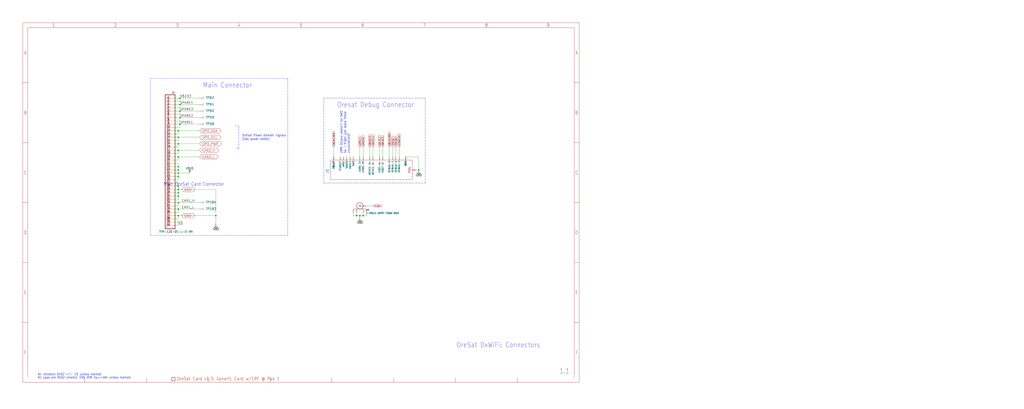
<source format=kicad_sch>
(kicad_sch (version 20210621) (generator eeschema)
  (paper "User" 795.02 318.11)
  (lib_symbols
    (symbol "oresat-live-card-eagle-import:FRAME_B_L"
      (symbol "FRAME_B_L_0_0"
        (polyline (pts (xy 0 46.5667) (xy 3.81 46.5667)))
        (polyline (pts (xy 0 93.1333) (xy 3.81 93.1333)))
        (polyline (pts (xy 0 139.7) (xy 3.81 139.7)))
        (polyline (pts (xy 0 186.2667) (xy 3.81 186.2667)))
        (polyline (pts (xy 0 232.8333) (xy 3.81 232.8333)))
        (polyline (pts (xy 3.81 3.81) (xy 3.81 275.59)))
        (polyline (pts (xy 47.9778 0) (xy 47.9778 3.81)))
        (polyline (pts (xy 95.9556 0) (xy 95.9556 3.81)))
        (polyline (pts (xy 143.9333 0) (xy 143.9333 3.81)))
        (polyline (pts (xy 191.9111 0) (xy 191.9111 3.81)))
        (polyline (pts (xy 239.8889 0) (xy 239.8889 3.81)))
        (polyline (pts (xy 287.8667 0) (xy 287.8667 3.81)))
        (polyline (pts (xy 335.8444 0) (xy 335.8444 3.81)))
        (polyline (pts (xy 383.8222 0) (xy 383.8222 3.81)))
        (polyline (pts (xy 427.99 3.81) (xy 427.99 275.59)))
        (polyline (pts (xy 427.99 46.5667) (xy 431.8 46.5667)))
        (polyline (pts (xy 427.99 93.1333) (xy 431.8 93.1333)))
        (polyline (pts (xy 427.99 139.7) (xy 431.8 139.7)))
        (polyline (pts (xy 427.99 186.2667) (xy 431.8 186.2667)))
        (polyline (pts (xy 427.99 232.8333) (xy 431.8 232.8333)))
        (polyline (pts (xy 427.99 275.59) (xy 3.81 275.59)))
        (polyline (pts (xy 0 0) (xy 431.8 0) (xy 431.8 279.4) (xy 0 279.4) (xy 0 0)))
        (text "1" (at 23.9889 277.495 0) (effects (font (size 2.54 2.286))))
        (text "2" (at 71.9667 277.495 0) (effects (font (size 2.54 2.286))))
        (text "3" (at 119.9444 277.495 0) (effects (font (size 2.54 2.286))))
        (text "4" (at 167.9222 277.495 0) (effects (font (size 2.54 2.286))))
        (text "5" (at 215.9 277.495 0) (effects (font (size 2.54 2.286))))
        (text "6" (at 263.8778 277.495 0) (effects (font (size 2.54 2.286))))
        (text "7" (at 311.8556 277.495 0) (effects (font (size 2.54 2.286))))
        (text "8" (at 359.8333 277.495 0) (effects (font (size 2.54 2.286))))
        (text "9" (at 407.8111 277.495 0) (effects (font (size 2.54 2.286))))
        (text "A" (at 1.905 256.1167 0) (effects (font (size 2.54 2.286))))
        (text "A" (at 429.895 256.1167 0) (effects (font (size 2.54 2.286))))
        (text "B" (at 1.905 209.55 0) (effects (font (size 2.54 2.286))))
        (text "B" (at 429.895 209.55 0) (effects (font (size 2.54 2.286))))
        (text "C" (at 1.905 162.9833 0) (effects (font (size 2.54 2.286))))
        (text "C" (at 429.895 162.9833 0) (effects (font (size 2.54 2.286))))
        (text "D" (at 1.905 116.4167 0) (effects (font (size 2.54 2.286))))
        (text "D" (at 429.895 116.4167 0) (effects (font (size 2.54 2.286))))
        (text "E" (at 1.905 69.85 0) (effects (font (size 2.54 2.286))))
        (text "E" (at 429.895 69.85 0) (effects (font (size 2.54 2.286))))
        (text "F" (at 1.905 23.2833 0) (effects (font (size 2.54 2.286))))
        (text "F" (at 429.895 23.2833 0) (effects (font (size 2.54 2.286))))
      )
      (symbol "FRAME_B_L_2_0"
        (polyline (pts (xy 0 0) (xy 0 5.08)) (stroke (width 0.1016)))
        (polyline (pts (xy 0 0) (xy 71.12 0)) (stroke (width 0.1016)))
        (polyline (pts (xy 0 5.08) (xy 0 15.24)) (stroke (width 0.1016)))
        (polyline (pts (xy 0 5.08) (xy 71.12 5.08)) (stroke (width 0.1016)))
        (polyline (pts (xy 0 15.24) (xy 0 22.86)) (stroke (width 0.1016)))
        (polyline (pts (xy 0 22.86) (xy 0 35.56)) (stroke (width 0.1016)))
        (polyline (pts (xy 0 22.86) (xy 101.6 22.86)) (stroke (width 0.1016)))
        (polyline (pts (xy 71.12 0) (xy 101.6 0)) (stroke (width 0.1016)))
        (polyline (pts (xy 71.12 5.08) (xy 71.12 0)) (stroke (width 0.1016)))
        (polyline (pts (xy 71.12 5.08) (xy 87.63 5.08)) (stroke (width 0.1016)))
        (polyline (pts (xy 87.63 5.08) (xy 101.6 5.08)) (stroke (width 0.1016)))
        (polyline (pts (xy 87.63 15.24) (xy 0 15.24)) (stroke (width 0.1016)))
        (polyline (pts (xy 87.63 15.24) (xy 87.63 5.08)) (stroke (width 0.1016)))
        (polyline (pts (xy 101.6 5.08) (xy 101.6 0)) (stroke (width 0.1016)))
        (polyline (pts (xy 101.6 15.24) (xy 87.63 15.24)) (stroke (width 0.1016)))
        (polyline (pts (xy 101.6 15.24) (xy 101.6 5.08)) (stroke (width 0.1016)))
        (polyline (pts (xy 101.6 22.86) (xy 101.6 15.24)) (stroke (width 0.1016)))
        (polyline (pts (xy 101.6 35.56) (xy 0 35.56)) (stroke (width 0.1016)))
        (polyline (pts (xy 101.6 35.56) (xy 101.6 22.86)) (stroke (width 0.1016)))
        (text ">DRAWING_NAME" (at 17.78 19.05 0) (effects (font (size 2.54 2.159)) (justify left bottom)))
        (text ">LAST_DATE_TIME" (at 12.7 1.27 0) (effects (font (size 2.54 2.159)) (justify left bottom)))
        (text ">SHEET" (at 86.36 1.27 0) (effects (font (size 2.54 2.159)) (justify left bottom)))
        (text "Date:" (at 1.27 1.27 0) (effects (font (size 2.54 2.159)) (justify left bottom)))
        (text "Document Number:" (at 1.27 11.43 0) (effects (font (size 2.54 2.159)) (justify left bottom)))
        (text "REV:" (at 88.9 11.43 0) (effects (font (size 2.54 2.159)) (justify left bottom)))
        (text "Sheet:" (at 72.39 1.27 0) (effects (font (size 2.54 2.159)) (justify left bottom)))
        (text "TITLE:" (at 1.27 19.05 0) (effects (font (size 2.54 2.159)) (justify left bottom)))
      )
    )
    (symbol "oresat-live-card-eagle-import:GND" (power)
      (property "Value" "GND" (at -1.905 -3.175 0))
      (symbol "GND_1_0"
        (polyline (pts (xy -1.27 0) (xy 1.27 0)) (stroke (width 0.254)))
        (polyline (pts (xy 0 -1.27) (xy -1.27 0)) (stroke (width 0.254)))
        (polyline (pts (xy 1.27 0) (xy 0 -1.27)) (stroke (width 0.254)))
        (pin power_in line (at 0 2.54 270) (length 2.54) (name "GND") (number "1"))
      )
    )
    (symbol "oresat-live-card-eagle-import:J-MOLEX-SMPM-73300-003X"
      (property "Reference" "CM" (at 5.08 -3.81 0))
      (property "Value" "J-MOLEX-SMPM-73300-003X" (at 5.08 -6.35 0))
      (symbol "J-MOLEX-SMPM-73300-003X_1_0"
        (polyline (pts (xy -5.08 -2.54) (xy -2.54 -2.54)) (stroke (width 0.1524)))
        (polyline (pts (xy -2.54 -2.54) (xy 2.54 -2.54)) (stroke (width 0.1524)))
        (polyline (pts (xy 0.508 0) (xy 3.556 0)) (stroke (width 0.1524)))
        (polyline (pts (xy 5.08 -2.54) (xy 2.54 -2.54)) (stroke (width 0.1524)))
        (circle (center 0 0) (radius 0.508) (stroke (width 0.254)))
        (circle (center 0 0) (radius 2.54) (stroke (width 0.254)))
        (pin passive line (at -5.08 -5.08 90) (length 2.54) (name "SHIELD3") (number "P$1"))
        (pin passive line (at 5.08 -5.08 90) (length 2.54) (name "SHIELD2") (number "P$2"))
        (pin passive line (at -2.54 -5.08 90) (length 2.54) (name "SHIELD1") (number "P$3"))
        (pin passive line (at 2.54 -5.08 90) (length 2.54) (name "SHIELD") (number "P$4"))
        (pin passive line (at 5.08 0 180) (length 2.54) (name "CENTER") (number "RF"))
      )
    )
    (symbol "oresat-live-card-eagle-import:J-SAMTEC-TFM-120-X1-XXX-D-RA"
      (property "Reference" "J" (at -6.35 51.435 0))
      (property "Value" "J-SAMTEC-TFM-120-X1-XXX-D-RA" (at -6.35 -55.88 0))
      (symbol "J-SAMTEC-TFM-120-X1-XXX-D-RA_1_0"
        (polyline (pts (xy -6.35 -53.34) (xy 1.27 -53.34)) (stroke (width 0.4064)))
        (polyline (pts (xy -6.35 50.8) (xy -6.35 -53.34)) (stroke (width 0.4064)))
        (polyline (pts (xy 1.27 -53.34) (xy 1.27 50.8)) (stroke (width 0.4064)))
        (polyline (pts (xy 1.27 50.8) (xy -6.35 50.8)) (stroke (width 0.4064)))
        (pin passive inverted (at -2.54 48.26 0) (length 2.54) (name "1") (number "1"))
        (pin passive inverted (at -2.54 25.4 0) (length 2.54) (name "10") (number "10"))
        (pin passive inverted (at -2.54 22.86 0) (length 2.54) (name "11") (number "11"))
        (pin passive inverted (at -2.54 20.32 0) (length 2.54) (name "12") (number "12"))
        (pin passive inverted (at -2.54 17.78 0) (length 2.54) (name "13") (number "13"))
        (pin passive inverted (at -2.54 15.24 0) (length 2.54) (name "14") (number "14"))
        (pin passive inverted (at -2.54 12.7 0) (length 2.54) (name "15") (number "15"))
        (pin passive inverted (at -2.54 10.16 0) (length 2.54) (name "16") (number "16"))
        (pin passive inverted (at -2.54 7.62 0) (length 2.54) (name "17") (number "17"))
        (pin passive inverted (at -2.54 5.08 0) (length 2.54) (name "18") (number "18"))
        (pin passive inverted (at -2.54 2.54 0) (length 2.54) (name "19") (number "19"))
        (pin passive inverted (at -2.54 45.72 0) (length 2.54) (name "2") (number "2"))
        (pin passive inverted (at -2.54 0 0) (length 2.54) (name "20") (number "20"))
        (pin passive inverted (at -2.54 -2.54 0) (length 2.54) (name "21") (number "21"))
        (pin passive inverted (at -2.54 -5.08 0) (length 2.54) (name "22") (number "22"))
        (pin passive inverted (at -2.54 -7.62 0) (length 2.54) (name "23") (number "23"))
        (pin passive inverted (at -2.54 -10.16 0) (length 2.54) (name "24") (number "24"))
        (pin passive inverted (at -2.54 -12.7 0) (length 2.54) (name "25") (number "25"))
        (pin passive inverted (at -2.54 -15.24 0) (length 2.54) (name "26") (number "26"))
        (pin passive inverted (at -2.54 -17.78 0) (length 2.54) (name "27") (number "27"))
        (pin passive inverted (at -2.54 -20.32 0) (length 2.54) (name "28") (number "28"))
        (pin passive inverted (at -2.54 -22.86 0) (length 2.54) (name "29") (number "29"))
        (pin passive inverted (at -2.54 43.18 0) (length 2.54) (name "3") (number "3"))
        (pin passive inverted (at -2.54 -25.4 0) (length 2.54) (name "30") (number "30"))
        (pin passive inverted (at -2.54 -27.94 0) (length 2.54) (name "31") (number "31"))
        (pin passive inverted (at -2.54 -30.48 0) (length 2.54) (name "32") (number "32"))
        (pin passive inverted (at -2.54 -33.02 0) (length 2.54) (name "33") (number "33"))
        (pin passive inverted (at -2.54 -35.56 0) (length 2.54) (name "34") (number "34"))
        (pin passive inverted (at -2.54 -38.1 0) (length 2.54) (name "35") (number "35"))
        (pin passive inverted (at -2.54 -40.64 0) (length 2.54) (name "36") (number "36"))
        (pin passive inverted (at -2.54 -43.18 0) (length 2.54) (name "37") (number "37"))
        (pin passive inverted (at -2.54 -45.72 0) (length 2.54) (name "38") (number "38"))
        (pin passive inverted (at -2.54 -48.26 0) (length 2.54) (name "39") (number "39"))
        (pin passive inverted (at -2.54 40.64 0) (length 2.54) (name "4") (number "4"))
        (pin passive inverted (at -2.54 -50.8 0) (length 2.54) (name "40") (number "40"))
        (pin passive inverted (at -2.54 38.1 0) (length 2.54) (name "5") (number "5"))
        (pin passive inverted (at -2.54 35.56 0) (length 2.54) (name "6") (number "6"))
        (pin passive inverted (at -2.54 33.02 0) (length 2.54) (name "7") (number "7"))
        (pin passive inverted (at -2.54 30.48 0) (length 2.54) (name "8") (number "8"))
        (pin passive inverted (at -2.54 27.94 0) (length 2.54) (name "9") (number "9"))
      )
    )
    (symbol "oresat-live-card-eagle-import:ORESAT-CARD-V1.3-GENERIC-1RF-POS1"
      (symbol "ORESAT-CARD-V1.3-GENERIC-1RF-POS1_1_0"
        (polyline (pts (xy -1.27 -1.27) (xy 1.27 -1.27)) (stroke (width 0.254)))
        (polyline (pts (xy -1.27 1.27) (xy -1.27 -1.27)) (stroke (width 0.254)))
        (polyline (pts (xy 1.27 -1.27) (xy 1.27 1.27)) (stroke (width 0.254)))
        (polyline (pts (xy 1.27 1.27) (xy -1.27 1.27)) (stroke (width 0.254)))
        (text "OreSat Card v1.3: Generic Card w/1RF @ Pos 1" (at 2.54 -1.27 0) (effects (font (size 2.54 2.159)) (justify left bottom)))
      )
    )
    (symbol "oresat-live-card-eagle-import:ORESAT-DEBUG-CONNECTOR-CARD"
      (property "Reference" "J" (at -3.81 31.75 0))
      (symbol "ORESAT-DEBUG-CONNECTOR-CARD_1_0"
        (polyline (pts (xy -7.62 -33.02) (xy 7.62 -33.02)) (stroke (width 0.1524)))
        (polyline (pts (xy -7.62 30.48) (xy -7.62 -33.02)) (stroke (width 0.1524)))
        (polyline (pts (xy 7.62 -33.02) (xy 7.62 30.48)) (stroke (width 0.1524)))
        (polyline (pts (xy 7.62 30.48) (xy -7.62 30.48)) (stroke (width 0.1524)))
        (text "PADs" (at -2.54 -31.75 0) (effects (font (size 1.524 1.2954)) (justify left bottom)))
        (pin passive line (at 10.16 27.94 180) (length 2.54) (name "VBUSP") (number "1"))
        (pin passive line (at 10.16 20.32 180) (length 2.54) (name "NRST") (number "10"))
        (pin passive line (at 10.16 22.86 180) (length 2.54) (name "VTARGET") (number "11"))
        (pin passive line (at 10.16 5.08 180) (length 2.54) (name "CARD-RX") (number "12"))
        (pin passive line (at 10.16 7.62 180) (length 2.54) (name "CARD-TX") (number "13"))
        (pin passive line (at 10.16 17.78 180) (length 2.54) (name "SWDIO") (number "14"))
        (pin passive line (at 10.16 15.24 180) (length 2.54) (name "SWCLK") (number "15"))
        (pin passive line (at 10.16 12.7 180) (length 2.54) (name "SWO") (number "16"))
        (pin passive line (at 10.16 -15.24 180) (length 2.54) (name "DEBUG-0") (number "17"))
        (pin passive line (at 10.16 -17.78 180) (length 2.54) (name "DEBUG-1") (number "18"))
        (pin passive line (at 10.16 -20.32 180) (length 2.54) (name "DEBUG-2") (number "19"))
        (pin passive line (at 10.16 27.94 180) (length 2.54) (name "VBUSP") (number "2"))
        (pin passive line (at 10.16 -22.86 180) (length 2.54) (name "DEBUG-3") (number "20"))
        (pin passive line (at 10.16 -27.94 180) (length 2.54) (name "GND") (number "3"))
        (pin passive line (at 10.16 0 180) (length 2.54) (name "DEVICE-D+") (number "4"))
        (pin passive line (at 10.16 -2.54 180) (length 2.54) (name "DEVICE-D-") (number "5"))
        (pin passive line (at 10.16 -27.94 180) (length 2.54) (name "GND") (number "6"))
        (pin passive line (at 10.16 -7.62 180) (length 2.54) (name "HOST-D+") (number "7"))
        (pin passive line (at 10.16 -10.16 180) (length 2.54) (name "HOST-D-") (number "8"))
        (pin passive line (at 10.16 -27.94 180) (length 2.54) (name "GND") (number "9"))
        (pin bidirectional line (at 0 -35.56 90) (length 2.54) (name "PAD") (number "PAD1"))
        (pin bidirectional line (at 0 -35.56 90) (length 2.54) (name "PAD") (number "PAD2"))
      )
    )
    (symbol "oresat-live-card-eagle-import:TEST-POINT3X4"
      (property "Reference" "TP" (at -2.54 2.54 0))
      (property "Value" "TEST-POINT3X4" (at -2.54 -2.54 0))
      (symbol "TEST-POINT3X4_1_0"
        (polyline (pts (xy 2.54 0) (xy 0 0)) (stroke (width 0.1524)))
        (arc (start 3.302 0.762) (mid 2.54 0) (end 3.302 -0.762) (stroke (width 0.1524)))
        (pin bidirectional line (at 0 0 180) (length 0) (name "1") (number "1"))
      )
    )
    (symbol "oresat-live-card-eagle-import:VBUS" (power)
      (property "Value" "VBUS" (at 0 0.254 0))
      (symbol "VBUS_1_0"
        (polyline (pts (xy 0 0) (xy -0.762 -1.27)) (stroke (width 0.254)))
        (polyline (pts (xy 0.762 -1.27) (xy 0 0)) (stroke (width 0.254)))
        (pin power_in line (at 0 -2.54 90) (length 2.54) (name "VBUS") (number "1"))
      )
    )
  )
  (junction (at 138.43 152.4))
  (junction (at 139.7 91.44))
  (junction (at 138.43 121.92))
  (junction (at 138.43 137.16))
  (junction (at 138.43 162.56))
  (junction (at 138.43 132.08))
  (junction (at 139.7 96.52))
  (junction (at 279.4 167.64))
  (junction (at 138.43 134.62))
  (junction (at 138.43 101.6))
  (junction (at 276.86 167.64))
  (junction (at 138.43 157.48))
  (junction (at 167.64 167.64))
  (junction (at 138.43 111.76))
  (junction (at 138.43 116.84))
  (junction (at 139.7 76.2))
  (junction (at 138.43 144.78))
  (junction (at 139.7 81.28))
  (junction (at 281.94 167.64))
  (junction (at 138.43 167.64))
  (junction (at 138.43 106.68))
  (junction (at 138.43 147.32))
  (junction (at 138.43 149.86))
  (junction (at 325.12 132.08))
  (junction (at 138.43 129.54))
  (junction (at 139.7 86.36))
  (wire (pts (xy 281.94 167.64) (xy 279.4 167.64)))
  (wire (pts (xy 138.43 121.92) (xy 154.94 121.92)))
  (wire (pts (xy 281.94 121.92) (xy 281.94 114.3)))
  (wire (pts (xy 132.08 162.56) (xy 138.43 162.56)))
  (wire (pts (xy 138.43 109.22) (xy 138.43 106.68)))
  (wire (pts (xy 138.43 111.76) (xy 138.43 114.3)))
  (wire (pts (xy 132.08 83.82) (xy 139.7 83.82)))
  (wire (pts (xy 132.08 99.06) (xy 139.7 99.06)))
  (wire (pts (xy 138.43 124.46) (xy 132.08 124.46)))
  (wire (pts (xy 138.43 147.32) (xy 167.64 147.32)))
  (polyline (pts (xy 223.52 60.96) (xy 223.52 182.88)))
  (wire (pts (xy 138.43 149.86) (xy 138.43 147.32)))
  (wire (pts (xy 132.08 157.48) (xy 138.43 157.48)))
  (wire (pts (xy 138.43 152.4) (xy 138.43 149.86)))
  (wire (pts (xy 132.08 147.32) (xy 138.43 147.32)))
  (wire (pts (xy 279.4 167.64) (xy 276.86 167.64)))
  (wire (pts (xy 139.7 81.28) (xy 132.08 81.28)))
  (wire (pts (xy 138.43 170.18) (xy 138.43 167.64)))
  (wire (pts (xy 284.48 167.64) (xy 281.94 167.64)))
  (wire (pts (xy 167.64 167.64) (xy 167.64 173.99)))
  (wire (pts (xy 139.7 96.52) (xy 132.08 96.52)))
  (wire (pts (xy 309.88 121.92) (xy 309.88 114.3)))
  (wire (pts (xy 259.08 121.92) (xy 259.08 114.3)))
  (wire (pts (xy 138.43 119.38) (xy 132.08 119.38)))
  (wire (pts (xy 138.43 134.62) (xy 138.43 132.08)))
  (wire (pts (xy 132.08 104.14) (xy 138.43 104.14)))
  (wire (pts (xy 132.08 109.22) (xy 138.43 109.22)))
  (wire (pts (xy 138.43 165.1) (xy 138.43 162.56)))
  (wire (pts (xy 139.7 91.44) (xy 132.08 91.44)))
  (wire (pts (xy 284.48 160.02) (xy 289.56 160.02)))
  (wire (pts (xy 154.94 86.36) (xy 139.7 86.36)))
  (wire (pts (xy 132.08 170.18) (xy 138.43 170.18)))
  (wire (pts (xy 139.7 78.74) (xy 139.7 76.2)))
  (wire (pts (xy 138.43 167.64) (xy 167.64 167.64)))
  (polyline (pts (xy 223.52 182.88) (xy 116.84 182.88)))
  (polyline (pts (xy 251.46 76.2) (xy 251.46 142.24)))
  (wire (pts (xy 302.26 121.92) (xy 302.26 114.3)))
  (polyline (pts (xy 182.88 97.79) (xy 185.42 97.79)))
  (polyline (pts (xy 116.84 60.96) (xy 223.52 60.96)))
  (wire (pts (xy 132.08 116.84) (xy 138.43 116.84)))
  (wire (pts (xy 154.94 96.52) (xy 139.7 96.52)))
  (wire (pts (xy 132.08 88.9) (xy 139.7 88.9)))
  (polyline (pts (xy 330.2 76.2) (xy 251.46 76.2)))
  (wire (pts (xy 138.43 137.16) (xy 138.43 134.62)))
  (wire (pts (xy 138.43 160.02) (xy 138.43 157.48)))
  (wire (pts (xy 132.08 142.24) (xy 138.43 142.24)))
  (wire (pts (xy 279.4 168.91) (xy 279.4 167.64)))
  (wire (pts (xy 138.43 175.26) (xy 138.43 172.72)))
  (polyline (pts (xy 185.42 97.79) (xy 185.42 115.57)))
  (wire (pts (xy 132.08 152.4) (xy 138.43 152.4)))
  (wire (pts (xy 289.56 121.92) (xy 289.56 114.3)))
  (wire (pts (xy 132.08 154.94) (xy 138.43 154.94)))
  (wire (pts (xy 294.64 121.92) (xy 294.64 114.3)))
  (wire (pts (xy 138.43 114.3) (xy 132.08 114.3)))
  (wire (pts (xy 138.43 154.94) (xy 138.43 152.4)))
  (wire (pts (xy 154.94 81.28) (xy 139.7 81.28)))
  (wire (pts (xy 138.43 144.78) (xy 138.43 147.32)))
  (wire (pts (xy 138.43 101.6) (xy 154.94 101.6)))
  (wire (pts (xy 284.48 165.1) (xy 284.48 167.64)))
  (wire (pts (xy 132.08 160.02) (xy 138.43 160.02)))
  (wire (pts (xy 132.08 139.7) (xy 138.43 139.7)))
  (wire (pts (xy 132.08 121.92) (xy 138.43 121.92)))
  (wire (pts (xy 325.12 121.92) (xy 314.96 121.92)))
  (wire (pts (xy 279.4 121.92) (xy 279.4 114.3)))
  (wire (pts (xy 138.43 132.08) (xy 132.08 132.08)))
  (wire (pts (xy 138.43 132.08) (xy 138.43 129.54)))
  (wire (pts (xy 276.86 165.1) (xy 276.86 167.64)))
  (wire (pts (xy 139.7 86.36) (xy 132.08 86.36)))
  (wire (pts (xy 287.02 121.92) (xy 287.02 114.3)))
  (wire (pts (xy 138.43 119.38) (xy 138.43 116.84)))
  (wire (pts (xy 139.7 93.98) (xy 139.7 91.44)))
  (wire (pts (xy 139.7 88.9) (xy 139.7 86.36)))
  (wire (pts (xy 139.7 83.82) (xy 139.7 81.28)))
  (wire (pts (xy 138.43 162.56) (xy 154.94 162.56)))
  (wire (pts (xy 304.8 121.92) (xy 304.8 114.3)))
  (wire (pts (xy 138.43 104.14) (xy 138.43 101.6)))
  (wire (pts (xy 132.08 167.64) (xy 138.43 167.64)))
  (wire (pts (xy 138.43 144.78) (xy 138.43 142.24)))
  (polyline (pts (xy 116.84 182.88) (xy 116.84 60.96)))
  (wire (pts (xy 147.32 134.62) (xy 138.43 134.62)))
  (wire (pts (xy 274.32 167.64) (xy 274.32 165.1)))
  (wire (pts (xy 281.94 165.1) (xy 281.94 167.64)))
  (wire (pts (xy 138.43 116.84) (xy 154.94 116.84)))
  (polyline (pts (xy 185.42 115.57) (xy 182.88 115.57)))
  (wire (pts (xy 322.58 132.08) (xy 325.12 132.08)))
  (wire (pts (xy 276.86 167.64) (xy 274.32 167.64)))
  (wire (pts (xy 325.12 132.08) (xy 325.12 121.92)))
  (wire (pts (xy 138.43 129.54) (xy 132.08 129.54)))
  (wire (pts (xy 132.08 175.26) (xy 138.43 175.26)))
  (wire (pts (xy 154.94 76.2) (xy 139.7 76.2)))
  (wire (pts (xy 138.43 127) (xy 132.08 127)))
  (wire (pts (xy 297.18 121.92) (xy 297.18 114.3)))
  (polyline (pts (xy 251.46 142.24) (xy 330.2 142.24)))
  (wire (pts (xy 132.08 78.74) (xy 139.7 78.74)))
  (wire (pts (xy 132.08 165.1) (xy 138.43 165.1)))
  (wire (pts (xy 154.94 106.68) (xy 138.43 106.68)))
  (wire (pts (xy 307.34 121.92) (xy 307.34 114.3)))
  (wire (pts (xy 132.08 144.78) (xy 138.43 144.78)))
  (wire (pts (xy 132.08 137.16) (xy 138.43 137.16)))
  (wire (pts (xy 138.43 129.54) (xy 138.43 127)))
  (wire (pts (xy 138.43 124.46) (xy 138.43 121.92)))
  (polyline (pts (xy 330.2 142.24) (xy 330.2 76.2)))
  (wire (pts (xy 138.43 101.6) (xy 132.08 101.6)))
  (wire (pts (xy 139.7 76.2) (xy 132.08 76.2)))
  (wire (pts (xy 138.43 111.76) (xy 132.08 111.76)))
  (wire (pts (xy 138.43 172.72) (xy 132.08 172.72)))
  (wire (pts (xy 154.94 111.76) (xy 138.43 111.76)))
  (wire (pts (xy 132.08 134.62) (xy 138.43 134.62)))
  (wire (pts (xy 138.43 106.68) (xy 132.08 106.68)))
  (wire (pts (xy 154.94 91.44) (xy 139.7 91.44)))
  (wire (pts (xy 139.7 99.06) (xy 139.7 96.52)))
  (wire (pts (xy 132.08 93.98) (xy 139.7 93.98)))
  (wire (pts (xy 138.43 157.48) (xy 154.94 157.48)))
  (wire (pts (xy 138.43 139.7) (xy 138.43 137.16)))
  (wire (pts (xy 132.08 149.86) (xy 138.43 149.86)))
  (wire (pts (xy 167.64 147.32) (xy 167.64 167.64)))
  (text "Main OreSat Card Connector" (at 127 144.78 180) (effects (font (size 2.54 2.159)) (justify left bottom)))
  (text "Oresat Debug Connector" (at 261.62 83.82 180) (effects (font (size 3.81 3.2385)) (justify left bottom)))
  (text "OreSat DxWiFi: Connectors" (at 354.33 270.51 180) (effects (font (size 3.81 3.2385)) (justify left bottom)))
  (text "HMM Octavo doesn't do SWD\nSo, I might just leave these\nunconnected?" (at 271.78 119.38 90) (effects (font (size 1.778 1.5113)) (justify left bottom)))
  (text "Main Connector" (at 157.48 68.58 180) (effects (font (size 3.81 3.2385)) (justify left bottom)))
  (text "1.1" (at 434.34 290.83 180) (effects (font (size 3.81 3.2385)) (justify left bottom)))
  (text "OreSat Power Domain signals\n(See power sheet)" (at 187.96 109.22 180) (effects (font (size 1.778 1.5113)) (justify left bottom)))
  (text "All caps are 0402 ceramic 10% X5R Vw>=16V unless marked" (at 29.21 294.64 0) (effects (font (size 1.778 1.5113)) (justify left bottom)))
  (text "All resistors 0402 +/- 1% unless marked" (at 29.21 292.1 180) (effects (font (size 1.778 1.5113)) (justify left bottom)))
  (label "SPARE2" (at 139.7 91.44 0) (effects (font (size 1.778 1.778))))
  (label "SPARE4" (at 139.7 81.28 0) (effects (font (size 1.778 1.778))))
  (label "SPARE3" (at 139.7 86.36 0) (effects (font (size 1.778 1.778))))
  (label "CAN1_L" (at 140.97 162.56 0) (effects (font (size 1.778 1.778))))
  (label "N$103" (at 139.7 76.2 0) (effects (font (size 1.778 1.778))))
  (label "SPARE1" (at 139.7 96.52 0) (effects (font (size 1.778 1.778))))
  (label "~{SD}" (at 138.43 175.26 0) (effects (font (size 1.778 1.778))))
  (label "CAN1_H" (at 140.97 157.48 0) (effects (font (size 1.778 1.778))))
  (global_label "USB_HO_N" (shape bidirectional) (at 297.18 114.3 90) (effects (font (size 0.889 0.889))) (property "Intersheet References" "${INTERSHEET_REFS}" (effects hide)))
  (global_label "OPD_SDA" (shape bidirectional) (at 154.94 101.6 0) (effects (font (size 1.778 1.778))) (property "Intersheet References" "${INTERSHEET_REFS}" (effects hide)))
  (global_label "GND" (shape bidirectional) (at 140.97 167.64 0) (effects (font (size 1.778 1.778))) (property "Intersheet References" "${INTERSHEET_REFS}" (effects hide)))
  (global_label "USB_DEV_P" (shape bidirectional) (at 287.02 114.3 90) (effects (font (size 0.889 0.889))) (property "Intersheet References" "${INTERSHEET_REFS}" (effects hide)))
  (global_label "UART0_TX" (shape bidirectional) (at 279.4 114.3 90) (effects (font (size 0.889 0.889))) (property "Intersheet References" "${INTERSHEET_REFS}" (effects hide)))
  (global_label "TX_OUT" (shape bidirectional) (at 289.56 160.02 0) (effects (font (size 0.889 0.889))) (property "Intersheet References" "${INTERSHEET_REFS}" (effects hide)))
  (global_label "USB_HO_P" (shape bidirectional) (at 294.64 114.3 90) (effects (font (size 0.889 0.889))) (property "Intersheet References" "${INTERSHEET_REFS}" (effects hide)))
  (global_label "USB_DEV_N" (shape bidirectional) (at 289.56 114.3 90) (effects (font (size 0.889 0.889))) (property "Intersheet References" "${INTERSHEET_REFS}" (effects hide)))
  (global_label "I2C0_SCL" (shape bidirectional) (at 304.8 114.3 90) (effects (font (size 0.889 0.889))) (property "Intersheet References" "${INTERSHEET_REFS}" (effects hide)))
  (global_label "CAN2_H" (shape bidirectional) (at 154.94 116.84 0) (effects (font (size 1.778 1.778))) (property "Intersheet References" "${INTERSHEET_REFS}" (effects hide)))
  (global_label "USB_DEV_VBUS" (shape bidirectional) (at 259.08 114.3 90) (effects (font (size 0.889 0.889))) (property "Intersheet References" "${INTERSHEET_REFS}" (effects hide)))
  (global_label "GND" (shape bidirectional) (at 140.97 147.32 0) (effects (font (size 1.778 1.778))) (property "Intersheet References" "${INTERSHEET_REFS}" (effects hide)))
  (global_label "OPD_SCL" (shape bidirectional) (at 154.94 106.68 0) (effects (font (size 1.778 1.778))) (property "Intersheet References" "${INTERSHEET_REFS}" (effects hide)))
  (global_label "EEPROM_WP" (shape bidirectional) (at 309.88 114.3 90) (effects (font (size 0.889 0.889))) (property "Intersheet References" "${INTERSHEET_REFS}" (effects hide)))
  (global_label "I2C0_SDA" (shape bidirectional) (at 307.34 114.3 90) (effects (font (size 0.889 0.889))) (property "Intersheet References" "${INTERSHEET_REFS}" (effects hide)))
  (global_label "USB_HO_VBUS" (shape bidirectional) (at 302.26 114.3 90) (effects (font (size 0.889 0.889))) (property "Intersheet References" "${INTERSHEET_REFS}" (effects hide)))
  (global_label "OPD_PWR" (shape bidirectional) (at 154.94 111.76 0) (effects (font (size 1.778 1.778))) (property "Intersheet References" "${INTERSHEET_REFS}" (effects hide)))
  (global_label "UART0_RX" (shape bidirectional) (at 281.94 114.3 90) (effects (font (size 0.889 0.889))) (property "Intersheet References" "${INTERSHEET_REFS}" (effects hide)))
  (global_label "CAN2_L" (shape bidirectional) (at 154.94 121.92 0) (effects (font (size 1.778 1.778))) (property "Intersheet References" "${INTERSHEET_REFS}" (effects hide)))
  (symbol (lib_id "oresat-live-card-eagle-import:TEST-POINT3X4") (at 154.94 157.48 0)
    (property "Reference" "TP184" (at 159.512 158.242 0) (effects (font (size 1.778 1.778)) (justify left bottom)))
    (property "Value" "TEST-POINT3X4" (effects hide))
    (property "Footprint" "PAD.03X.04" (effects hide))
  )
  (symbol (lib_id "oresat-live-card-eagle-import:TEST-POINT3X4") (at 154.94 81.28 0)
    (property "Reference" "TP61" (at 159.512 82.042 0) (effects (font (size 1.778 1.778)) (justify left bottom)))
    (property "Value" "TEST-POINT3X4" (effects hide))
    (property "Footprint" "PAD.03X.04" (effects hide))
  )
  (symbol (lib_id "oresat-live-card-eagle-import:GND") (at 325.12 134.62 0) (mirror y)
    (property "Reference" "#GND76" (effects hide))
    (property "Value" "GND" (at 327.66 137.16 0) (effects (font (size 1.778 1.5113)) (justify left bottom)))
  )
  (symbol (lib_id "oresat-live-card-eagle-import:TEST-POINT3X4") (at 154.94 96.52 0)
    (property "Reference" "TP58" (at 159.512 97.282 0) (effects (font (size 1.778 1.778)) (justify left bottom)))
    (property "Value" "TEST-POINT3X4" (effects hide))
    (property "Footprint" "PAD.03X.04" (effects hide))
  )
  (symbol (lib_id "oresat-live-card-eagle-import:ORESAT-CARD-V1.3-GENERIC-1RF-POS1") (at 134.62 294.64 0)
    (property "Reference" "PCB1" (effects hide))
    (property "Value" "ORESAT-CARD-V1.3-GENERIC-1RF-POS1" (effects hide))
    (property "Footprint" "ORESAT-CARD-V1.3-GENERIC-1RF-POS1" (effects hide))
  )
  (symbol (lib_id "oresat-live-card-eagle-import:GND") (at 279.4 171.45 0) (mirror y)
    (property "Reference" "#GND4" (effects hide))
    (property "Value" "GND" (at 281.94 173.99 0) (effects (font (size 1.778 1.5113)) (justify left bottom)))
  )
  (symbol (lib_id "oresat-live-card-eagle-import:VBUS") (at 147.32 132.08 0)
    (property "Reference" "#VBUS2" (effects hide))
    (property "Value" "VBUS" (at 147.32 131.826 0) (effects (font (size 1.778 1.5113)) (justify bottom)))
  )
  (symbol (lib_id "oresat-live-card-eagle-import:TEST-POINT3X4") (at 154.94 91.44 0)
    (property "Reference" "TP59" (at 159.512 92.202 0) (effects (font (size 1.778 1.778)) (justify left bottom)))
    (property "Value" "TEST-POINT3X4" (effects hide))
    (property "Footprint" "PAD.03X.04" (effects hide))
  )
  (symbol (lib_id "oresat-live-card-eagle-import:GND") (at 167.64 176.53 0) (mirror y)
    (property "Reference" "#GND1" (effects hide))
    (property "Value" "GND" (at 170.18 179.07 0) (effects (font (size 1.778 1.5113)) (justify left bottom)))
  )
  (symbol (lib_id "oresat-live-card-eagle-import:J-MOLEX-SMPM-73300-003X") (at 279.4 160.02 0)
    (property "Reference" "J6" (at 284.48 163.83 0) (effects (font (size 1.27 1.0795)) (justify left bottom)))
    (property "Value" "J-MOLEX-SMPM-73300-003X" (at 284.48 166.37 0) (effects (font (size 1.27 1.0795)) (justify left bottom)))
    (property "Footprint" "J-MOLEX-SMPM-073300-003X" (effects hide))
  )
  (symbol (lib_id "oresat-live-card-eagle-import:ORESAT-DEBUG-CONNECTOR-CARD") (at 287.02 132.08 90)
    (property "Reference" "J1" (at 255.27 134.62 0) (effects (font (size 2.0828 1.7703)) (justify left bottom)))
    (property "Value" "ORESAT-DEBUG-CONNECTOR-CARD" (effects hide))
    (property "Footprint" "TE_2-1734592-0" (effects hide))
  )
  (symbol (lib_id "oresat-live-card-eagle-import:J-SAMTEC-TFM-120-X1-XXX-D-RA") (at 129.54 124.46 0) (mirror y)
    (property "Reference" "J4" (at 135.89 73.025 0) (effects (font (size 1.778 1.5113)) (justify left bottom)))
    (property "Value" "TFM-120-01-L-D-RA" (at 123.19 179.07 0) (effects (font (size 1.778 1.5113)) (justify right top)))
    (property "Footprint" "J-SAMTEC-TFM-120-X1-XXX-D-RA" (effects hide))
  )
  (symbol (lib_id "oresat-live-card-eagle-import:FRAME_B_L") (at 17.78 297.18 0)
    (property "Reference" "#FRAME1" (effects hide))
    (property "Value" "FRAME_B_L" (effects hide))
  )
  (symbol (lib_id "oresat-live-card-eagle-import:TEST-POINT3X4") (at 154.94 162.56 0)
    (property "Reference" "TP183" (at 159.512 163.322 0) (effects (font (size 1.778 1.778)) (justify left bottom)))
    (property "Value" "TEST-POINT3X4" (effects hide))
    (property "Footprint" "PAD.03X.04" (effects hide))
  )
  (symbol (lib_id "oresat-live-card-eagle-import:TEST-POINT3X4") (at 154.94 76.2 0)
    (property "Reference" "TP62" (at 159.512 76.962 0) (effects (font (size 1.778 1.778)) (justify left bottom)))
    (property "Value" "TEST-POINT3X4" (effects hide))
    (property "Footprint" "PAD.03X.04" (effects hide))
  )
  (symbol (lib_id "oresat-live-card-eagle-import:TEST-POINT3X4") (at 154.94 86.36 0)
    (property "Reference" "TP60" (at 159.512 87.122 0) (effects (font (size 1.778 1.778)) (justify left bottom)))
    (property "Value" "TEST-POINT3X4" (effects hide))
    (property "Footprint" "PAD.03X.04" (effects hide))
  )
)
</source>
